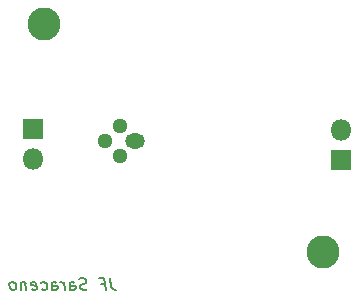
<source format=gbr>
%TF.GenerationSoftware,KiCad,Pcbnew,5.1.6-c6e7f7d~87~ubuntu18.04.1*%
%TF.CreationDate,2021-12-13T22:59:23-08:00*%
%TF.ProjectId,portable-calibrator,706f7274-6162-46c6-952d-63616c696272,rev?*%
%TF.SameCoordinates,Original*%
%TF.FileFunction,Soldermask,Bot*%
%TF.FilePolarity,Negative*%
%FSLAX46Y46*%
G04 Gerber Fmt 4.6, Leading zero omitted, Abs format (unit mm)*
G04 Created by KiCad (PCBNEW 5.1.6-c6e7f7d~87~ubuntu18.04.1) date 2021-12-13 22:59:23*
%MOMM*%
%LPD*%
G01*
G04 APERTURE LIST*
%ADD10C,0.150000*%
%ADD11O,1.800000X1.800000*%
%ADD12R,1.800000X1.800000*%
%ADD13O,1.300000X1.300000*%
%ADD14O,1.700000X1.300000*%
%ADD15C,2.800000*%
G04 APERTURE END LIST*
D10*
X148874032Y-108672380D02*
X148963318Y-109386666D01*
X149028794Y-109529523D01*
X149135937Y-109624761D01*
X149284747Y-109672380D01*
X149379985Y-109672380D01*
X148124032Y-109148571D02*
X148457366Y-109148571D01*
X148522842Y-109672380D02*
X148397842Y-108672380D01*
X147921651Y-108672380D01*
X146945461Y-109624761D02*
X146808556Y-109672380D01*
X146570461Y-109672380D01*
X146469270Y-109624761D01*
X146415699Y-109577142D01*
X146356175Y-109481904D01*
X146344270Y-109386666D01*
X146379985Y-109291428D01*
X146421651Y-109243809D01*
X146510937Y-109196190D01*
X146695461Y-109148571D01*
X146784747Y-109100952D01*
X146826413Y-109053333D01*
X146862127Y-108958095D01*
X146850223Y-108862857D01*
X146790699Y-108767619D01*
X146737127Y-108720000D01*
X146635937Y-108672380D01*
X146397842Y-108672380D01*
X146260937Y-108720000D01*
X145522842Y-109672380D02*
X145457366Y-109148571D01*
X145493080Y-109053333D01*
X145582366Y-109005714D01*
X145772842Y-109005714D01*
X145874032Y-109053333D01*
X145516889Y-109624761D02*
X145618080Y-109672380D01*
X145856175Y-109672380D01*
X145945461Y-109624761D01*
X145981175Y-109529523D01*
X145969270Y-109434285D01*
X145909747Y-109339047D01*
X145808556Y-109291428D01*
X145570461Y-109291428D01*
X145469270Y-109243809D01*
X145046651Y-109672380D02*
X144963318Y-109005714D01*
X144987127Y-109196190D02*
X144927604Y-109100952D01*
X144874032Y-109053333D01*
X144772842Y-109005714D01*
X144677604Y-109005714D01*
X143999032Y-109672380D02*
X143933556Y-109148571D01*
X143969270Y-109053333D01*
X144058556Y-109005714D01*
X144249032Y-109005714D01*
X144350223Y-109053333D01*
X143993080Y-109624761D02*
X144094270Y-109672380D01*
X144332366Y-109672380D01*
X144421651Y-109624761D01*
X144457366Y-109529523D01*
X144445461Y-109434285D01*
X144385937Y-109339047D01*
X144284747Y-109291428D01*
X144046651Y-109291428D01*
X143945461Y-109243809D01*
X143088318Y-109624761D02*
X143189508Y-109672380D01*
X143379985Y-109672380D01*
X143469270Y-109624761D01*
X143510937Y-109577142D01*
X143546651Y-109481904D01*
X143510937Y-109196190D01*
X143451413Y-109100952D01*
X143397842Y-109053333D01*
X143296651Y-109005714D01*
X143106175Y-109005714D01*
X143016889Y-109053333D01*
X142278794Y-109624761D02*
X142379985Y-109672380D01*
X142570461Y-109672380D01*
X142659747Y-109624761D01*
X142695461Y-109529523D01*
X142647842Y-109148571D01*
X142588318Y-109053333D01*
X142487127Y-109005714D01*
X142296651Y-109005714D01*
X142207366Y-109053333D01*
X142171651Y-109148571D01*
X142183556Y-109243809D01*
X142671651Y-109339047D01*
X141725223Y-109005714D02*
X141808556Y-109672380D01*
X141737127Y-109100952D02*
X141683556Y-109053333D01*
X141582366Y-109005714D01*
X141439508Y-109005714D01*
X141350223Y-109053333D01*
X141314508Y-109148571D01*
X141379985Y-109672380D01*
X140760937Y-109672380D02*
X140850223Y-109624761D01*
X140891889Y-109577142D01*
X140927604Y-109481904D01*
X140891889Y-109196190D01*
X140832366Y-109100952D01*
X140778794Y-109053333D01*
X140677604Y-109005714D01*
X140534747Y-109005714D01*
X140445461Y-109053333D01*
X140403794Y-109100952D01*
X140368080Y-109196190D01*
X140403794Y-109481904D01*
X140463318Y-109577142D01*
X140516889Y-109624761D01*
X140618080Y-109672380D01*
X140760937Y-109672380D01*
D11*
%TO.C,J2*%
X168402000Y-96099000D03*
D12*
X168402000Y-98639000D03*
%TD*%
D11*
%TO.C,J1*%
X142367000Y-98552000D03*
D12*
X142367000Y-96012000D03*
%TD*%
D13*
%TO.C,U1*%
X149733000Y-98298000D03*
X148463000Y-97028000D03*
X149733000Y-95758000D03*
D14*
X151003000Y-97028000D03*
%TD*%
D15*
%TO.C,H1*%
X166878000Y-106426000D03*
%TD*%
%TO.C,H2*%
X143256000Y-87122000D03*
%TD*%
M02*

</source>
